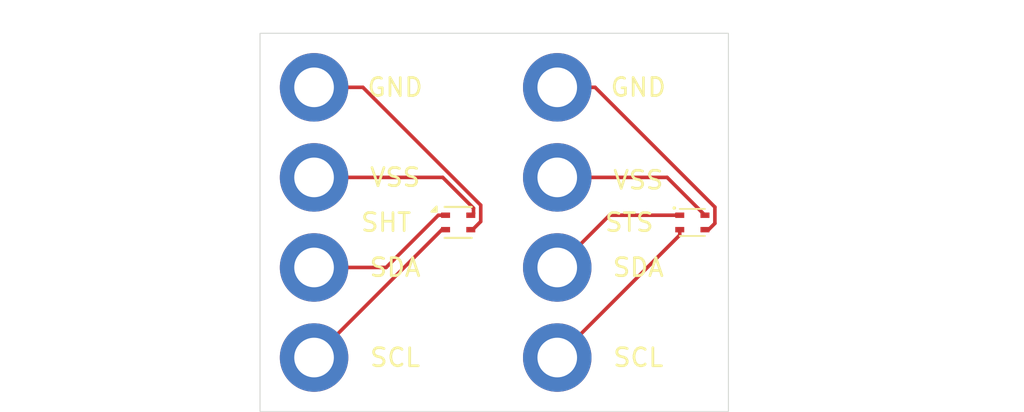
<source format=kicad_pcb>
(kicad_pcb (version 20241229) (generator "pcbnew") (generator_version "9.0")
  (layers (0 "F.Cu" signal) (2 "B.Cu" signal) (13 "F.Paste" user) (15 "B.Paste" user) (5 "F.SilkS" user "F.Silkscreen") (7 "B.SilkS" user "B.Silkscreen") (1 "F.Mask" user) (3 "B.Mask" user) (25 "Edge.Cuts" user))
  (net 0 "")
  (net 1 "Net-(U1-SCL)")
  (net 2 "Net-(U1-SDA)")
  (net 3 "GND")
  (net 4 "VSS")
  (net 5 "GND1")
  (net 6 "VSS1")
  (net 7 "Net-(U2-SDA)")
  (net 8 "Net-(U2-SCL)")
  (footprint "MountingHole:MountingHole_2.2mm_M2_DIN965_Pad" (layer "F.Cu") (at 122.5 87.5)
    (property "Reference" "VSS" (at 4.5 0 0) (layer "F.SilkS"))
    (property "Value" "MountingHole_Pad")
    (pad "1" thru_hole circle (at 0 0) (size 3.8 3.8) (drill 2.2) (layers "*.Cu" "*.Mask") (net 6 "VSS1"))
  )
  (footprint "MountingHole:MountingHole_2.2mm_M2_DIN965_Pad" (layer "F.Cu") (at 136 87.5)
    (property "Reference" "VSS" (at 4.5 0.15 0) (layer "F.SilkS"))
    (property "Value" "MountingHole_Pad")
    (pad "1" thru_hole circle (at 0 0) (size 3.8 3.8) (drill 2.2) (layers "*.Cu" "*.Mask") (net 4 "VSS"))
  )
  (footprint "MountingHole:MountingHole_2.2mm_M2_DIN965_Pad" (layer "F.Cu") (at 122.5 97.5)
    (property "Reference" "SCL" (at 4.5 0 0) (layer "F.SilkS"))
    (property "Value" "MountingHole_Pad")
    (pad "1" thru_hole circle (at 0 0) (size 3.8 3.8) (drill 2.2) (layers "*.Cu" "*.Mask") (net 1 "Net-(U1-SCL)"))
  )
  (footprint "MountingHole:MountingHole_2.2mm_M2_DIN965_Pad" (layer "F.Cu") (at 136 82.5)
    (property "Reference" "GND" (at 4.5 0 0) (layer "F.SilkS"))
    (property "Value" "MountingHole_Pad")
    (pad "1" thru_hole circle (at 0 0) (size 3.8 3.8) (drill 2.2) (layers "*.Cu" "*.Mask") (net 3 "GND"))
  )
  (footprint "MountingHole:MountingHole_2.2mm_M2_DIN965_Pad" (layer "F.Cu") (at 122.5 82.5)
    (property "Reference" "GND" (at 4.5 0 0) (layer "F.SilkS"))
    (property "Value" "MountingHole_Pad")
    (pad "1" thru_hole circle (at 0 0) (size 3.8 3.8) (drill 2.2) (layers "*.Cu" "*.Mask") (net 5 "GND1"))
  )
  (footprint "MountingHole:MountingHole_2.2mm_M2_DIN965_Pad" (layer "F.Cu") (at 136 97.5)
    (property "Reference" "SCL" (at 4.5 0 0) (layer "F.SilkS"))
    (property "Value" "MountingHole_Pad")
    (pad "1" thru_hole circle (at 0 0) (size 3.8 3.8) (drill 2.2) (layers "*.Cu" "*.Mask") (net 8 "Net-(U2-SCL)"))
  )
  (footprint "STS4X:STS4X" (layer "F.Cu") (at 143.5 90)
    (property "Reference" "STS" (at -3.5 0 0) (layer "F.SilkS"))
    (property "Value" "STS4X")
    (fp_line (start -0.7 -0.75) (end 0.7 -0.75) (stroke (width 0.1)) (layer "F.SilkS"))
    (fp_line (start -0.7 0.75) (end 0.7 0.75) (stroke (width 0.1)) (layer "F.SilkS"))
    (fp_circle (center -1 -0.8) (end -0.95 -0.8) (stroke (width 0.1)) (fill no) (layer "F.SilkS"))
    (pad "1" smd rect (at -0.7 -0.4) (size 0.5 0.3) (layers "F.Cu" "F.Mask" "F.Paste") (net 7 "Net-(U2-SDA)"))
    (pad "2" smd rect (at -0.7 0.4) (size 0.5 0.3) (layers "F.Cu" "F.Mask" "F.Paste") (net 8 "Net-(U2-SCL)"))
    (pad "3" smd rect (at 0.7 0.4) (size 0.5 0.3) (layers "F.Cu" "F.Mask" "F.Paste") (net 3 "GND"))
    (pad "4" smd rect (at 0.7 -0.4) (size 0.5 0.3) (layers "F.Cu" "F.Mask" "F.Paste") (net 4 "VSS"))
  )
  (footprint "MountingHole:MountingHole_2.2mm_M2_DIN965_Pad" (layer "F.Cu") (at 122.5 92.5)
    (property "Reference" "SDA" (at 4.5 0 0) (layer "F.SilkS"))
    (property "Value" "MountingHole_Pad")
    (pad "1" thru_hole circle (at 0 0) (size 3.8 3.8) (drill 2.2) (layers "*.Cu" "*.Mask") (net 2 "Net-(U1-SDA)"))
  )
  (footprint "MountingHole:MountingHole_2.2mm_M2_DIN965_Pad" (layer "F.Cu") (at 136 92.5)
    (property "Reference" "SDA" (at 4.5 0 0) (layer "F.SilkS"))
    (property "Value" "MountingHole_Pad")
    (pad "1" thru_hole circle (at 0 0) (size 3.8 3.8) (drill 2.2) (layers "*.Cu" "*.Mask") (net 7 "Net-(U2-SDA)"))
  )
  (footprint "Sensor_Humidity:Sensirion_DFN-4_1.5x1.5mm_P0.8mm_SHT4x_NoCentralPad" (layer "F.Cu") (at 130.5 90)
    (property "Reference" "SHT" (at -4 0 0) (layer "F.SilkS"))
    (property "Value" "SHT4x")
    (fp_line (start -0.75 -0.86) (end 0.75 -0.86) (stroke (width 0.12)) (layer "F.SilkS"))
    (fp_line (start -0.75 0.86) (end 0.75 0.86) (stroke (width 0.12)) (layer "F.SilkS"))
    (fp_poly (pts (xy -1.2 -0.6) (xy -1.48 -0.6) (xy -1.2 -0.88) (xy -1.2 -0.6)) (stroke (width 0.12)) (fill yes) (layer "F.SilkS"))
    (pad "1" smd rect (at -0.7 -0.4) (size 0.5 0.3) (layers "F.Cu" "F.Mask" "F.Paste") (net 2 "Net-(U1-SDA)"))
    (pad "2" smd rect (at -0.7 0.4) (size 0.5 0.3) (layers "F.Cu" "F.Mask" "F.Paste") (net 1 "Net-(U1-SCL)"))
    (pad "3" smd rect (at 0.7 0.4) (size 0.5 0.3) (layers "F.Cu" "F.Mask" "F.Paste") (net 5 "GND1"))
    (pad "4" smd rect (at 0.7 -0.4) (size 0.5 0.3) (layers "F.Cu" "F.Mask" "F.Paste") (net 6 "VSS1"))
  )
  (gr_rect (start 119.5 79.5) (end 145.5 100.5) (stroke (width 0.05)) (fill no) (layer "Edge.Cuts"))
  (segment (start 129.8 90.4) (end 129.6 90.4) (width 0.2) (layer "F.Cu") (net 1))
  (segment (start 129.6 90.4) (end 122.5 97.5) (width 0.2) (layer "F.Cu") (net 1))
  (segment (start 129.8 89.6) (end 129.4 89.6) (width 0.2) (layer "F.Cu") (net 2))
  (segment (start 126.5 92.5) (end 122.5 92.5) (width 0.2) (layer "F.Cu") (net 2))
  (segment (start 129.4 89.6) (end 126.5 92.5) (width 0.2) (layer "F.Cu") (net 2))
  (segment (start 144.2 90.4) (end 144.402 90.4) (width 0.2) (layer "F.Cu") (net 3))
  (segment (start 138.102 82.5) (end 136 82.5) (width 0.2) (layer "F.Cu") (net 3))
  (segment (start 144.751 89.149) (end 138.102 82.5) (width 0.2) (layer "F.Cu") (net 3))
  (segment (start 144.751 90.051) (end 144.751 89.149) (width 0.2) (layer "F.Cu") (net 3))
  (segment (start 144.402 90.4) (end 144.751 90.051) (width 0.2) (layer "F.Cu") (net 3))
  (segment (start 142.1 87.5) (end 136 87.5) (width 0.2) (layer "F.Cu") (net 4))
  (segment (start 144.2 89.6) (end 142.1 87.5) (width 0.2) (layer "F.Cu") (net 4))
  (segment (start 131.752 89.042064) (end 125.209936 82.5) (width 0.2) (layer "F.Cu") (net 5))
  (segment (start 131.752 89.948) (end 131.752 89.042064) (width 0.2) (layer "F.Cu") (net 5))
  (segment (start 131.3 90.4) (end 131.752 89.948) (width 0.2) (layer "F.Cu") (net 5))
  (segment (start 125.209936 82.5) (end 122.5 82.5) (width 0.2) (layer "F.Cu") (net 5))
  (segment (start 131.2 90.4) (end 131.3 90.4) (width 0.2) (layer "F.Cu") (net 5))
  (segment (start 131.351 89.208164) (end 129.642836 87.5) (width 0.2) (layer "F.Cu") (net 6))
  (segment (start 131.242836 89.6) (end 131.351 89.491836) (width 0.2) (layer "F.Cu") (net 6))
  (segment (start 129.642836 87.5) (end 122.5 87.5) (width 0.2) (layer "F.Cu") (net 6))
  (segment (start 131.351 89.491836) (end 131.351 89.208164) (width 0.2) (layer "F.Cu") (net 6))
  (segment (start 131.2 89.6) (end 131.242836 89.6) (width 0.2) (layer "F.Cu") (net 6))
  (segment (start 142.8 89.6) (end 138.9 89.6) (width 0.2) (layer "F.Cu") (net 7))
  (segment (start 138.9 89.6) (end 136 92.5) (width 0.2) (layer "F.Cu") (net 7))
  (segment (start 142.8 90.4) (end 142.8 90.7) (width 0.2) (layer "F.Cu") (net 8))
  (segment (start 142.8 90.7) (end 136 97.5) (width 0.2) (layer "F.Cu") (net 8))
)
</source>
